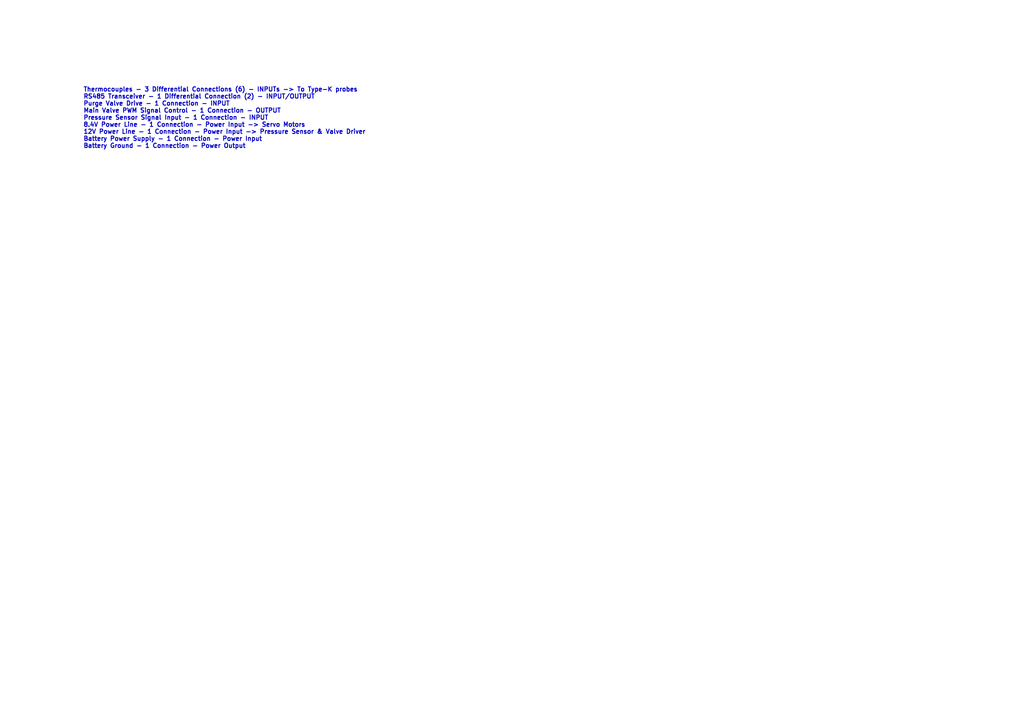
<source format=kicad_sch>
(kicad_sch
	(version 20250114)
	(generator "eeschema")
	(generator_version "9.0")
	(uuid "ed63d176-efb6-4ae4-a29f-010e689801cd")
	(paper "A4")
	(lib_symbols)
	(text "Thermocouples - 3 Differential Connections (6) - INPUTs -> To Type-K probes\nRS485 Transceiver - 1 Differential Connection (2) - INPUT/OUTPUT \nPurge Valve Drive - 1 Connection - INPUT\nMain Valve PWM Signal Control - 1 Connection - OUTPUT\nPressure Sensor Signal Input - 1 Connection - INPUT\n8.4V Power Line - 1 Connection - Power Input -> Servo Motors\n12V Power Line - 1 Connection - Power Input -> Pressure Sensor & Valve Driver\nBattery Power Supply - 1 Connection - Power Input\nBattery Ground - 1 Connection - Power Output"
		(exclude_from_sim no)
		(at 24.13 34.29 0)
		(effects
			(font
				(size 1.27 1.27)
				(thickness 0.254)
				(bold yes)
			)
			(justify left)
		)
		(uuid "08b2a607-5e06-483d-aea5-570b45a9917a")
	)
)

</source>
